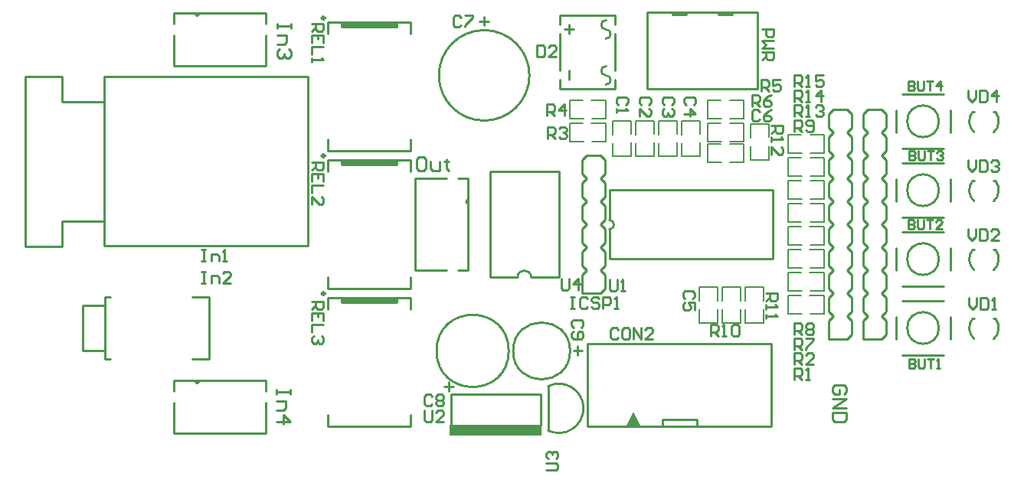
<source format=gto>
%FSLAX23Y23*%
%MOIN*%
G70*
G01*
G75*
G04 Layer_Color=65535*
%ADD10R,0.079X0.114*%
%ADD11R,0.025X0.075*%
%ADD12R,0.050X0.054*%
%ADD13R,0.054X0.050*%
%ADD14R,0.070X0.025*%
%ADD15C,0.020*%
%ADD16C,0.015*%
%ADD17C,0.025*%
%ADD18C,0.050*%
%ADD19C,0.030*%
%ADD20C,0.058*%
%ADD21C,0.058*%
%ADD22R,0.050X0.050*%
%ADD23C,0.065*%
%ADD24C,0.063*%
%ADD25P,0.068X8X112.5*%
%ADD26R,0.063X0.063*%
%ADD27R,0.063X0.063*%
%ADD28C,0.217*%
%ADD29C,0.217*%
%ADD30R,0.065X0.065*%
%ADD31C,0.118*%
%ADD32C,0.080*%
%ADD33R,0.059X0.059*%
%ADD34C,0.059*%
%ADD35R,0.059X0.059*%
%ADD36R,0.065X0.065*%
%ADD37C,0.059*%
%ADD38C,0.098*%
%ADD39R,0.098X0.098*%
%ADD40C,0.040*%
%ADD41C,0.035*%
%ADD42C,0.020*%
%ADD43C,0.010*%
%ADD44C,0.014*%
%ADD45C,0.010*%
%ADD46C,0.010*%
%ADD47C,0.008*%
%ADD48R,0.400X0.050*%
G36*
X-170Y-875D02*
X-230D01*
X-200Y-815D01*
X-170Y-875D01*
D02*
G37*
D43*
X1276Y491D02*
G03*
X1283Y402I49J-41D01*
G01*
X1368Y402D02*
G03*
X1375Y490I-43J48D01*
G01*
X1276Y191D02*
G03*
X1283Y102I49J-41D01*
G01*
X1368Y102D02*
G03*
X1375Y190I-43J48D01*
G01*
X1276Y-109D02*
G03*
X1283Y-198I49J-41D01*
G01*
X1368Y-198D02*
G03*
X1375Y-110I-43J48D01*
G01*
X1276Y-409D02*
G03*
X1283Y-498I49J-41D01*
G01*
X1368Y-498D02*
G03*
X1375Y-410I-43J48D01*
G01*
X1129Y450D02*
G03*
X1129Y450I-69J0D01*
G01*
Y150D02*
G03*
X1129Y150I-69J0D01*
G01*
Y-150D02*
G03*
X1129Y-150I-69J0D01*
G01*
Y-450D02*
G03*
X1129Y-450I-69J0D01*
G01*
X-743Y-550D02*
G03*
X-743Y-550I-157J0D01*
G01*
X-476D02*
G03*
X-476Y-550I-124J0D01*
G01*
X-305Y-20D02*
G03*
X-305Y20I0J20D01*
G01*
X-653Y650D02*
G03*
X-653Y650I-197J0D01*
G01*
X-320Y610D02*
G03*
X-320Y650I0J20D01*
G01*
Y690D02*
G03*
X-320Y650I0J-20D01*
G01*
Y890D02*
G03*
X-320Y850I0J-20D01*
G01*
Y810D02*
G03*
X-320Y850I0J20D01*
G01*
X-645Y-230D02*
G03*
X-705Y-230I-30J0D01*
G01*
X-571Y-897D02*
G03*
X-572Y-703I46J97D01*
G01*
X1276Y491D02*
X1282D01*
X1367Y490D02*
X1375D01*
X1276Y191D02*
X1282D01*
X1367Y190D02*
X1375D01*
X1276Y-109D02*
X1282D01*
X1367Y-110D02*
X1375D01*
X1276Y-409D02*
X1282D01*
X1367Y-410D02*
X1375D01*
X942Y403D02*
Y498D01*
X1178Y403D02*
Y497D01*
X969Y568D02*
X1151D01*
X969Y332D02*
X1151D01*
X969Y32D02*
X1151D01*
X969Y268D02*
X1151D01*
X1178Y103D02*
Y197D01*
X942Y103D02*
Y198D01*
Y-197D02*
Y-102D01*
X1178Y-197D02*
Y-103D01*
X969Y-32D02*
X1151D01*
X969Y-268D02*
X1151D01*
X969Y-568D02*
X1151D01*
X969Y-332D02*
X1151D01*
X1178Y-497D02*
Y-403D01*
X942Y-497D02*
Y-402D01*
X-2200Y-680D02*
X-1800D01*
Y-910D02*
Y-775D01*
X-2200Y-910D02*
X-1800D01*
X-2200D02*
Y-775D01*
Y-725D02*
Y-680D01*
X-1800Y-725D02*
Y-680D01*
X-2110D02*
X-2100Y-690D01*
X-2090Y-680D01*
X-2200Y920D02*
X-1800D01*
Y690D02*
Y825D01*
X-2200Y690D02*
X-1800D01*
X-2200D02*
Y825D01*
Y875D02*
Y920D01*
X-1800Y875D02*
Y920D01*
X-2110D02*
X-2100Y910D01*
X-2090Y920D01*
X-920Y-200D02*
Y200D01*
X-1150Y-200D02*
X-1015D01*
X-1150D02*
Y200D01*
X-1015D01*
X-965D02*
X-920D01*
X-965Y-200D02*
X-920D01*
X-930Y100D02*
X-920Y110D01*
X-930Y100D02*
X-920Y90D01*
X750Y-280D02*
Y-220D01*
X650Y-280D02*
Y-220D01*
Y-280D02*
X670Y-300D01*
X730D02*
X750Y-280D01*
X730Y-200D02*
X750Y-220D01*
X650D02*
X670Y-200D01*
Y-500D02*
X730D01*
X750Y-480D01*
X650Y-320D02*
X670Y-300D01*
X730D02*
X750Y-320D01*
X730Y-400D02*
X750Y-380D01*
X650D02*
X670Y-400D01*
X650Y-420D02*
X670Y-400D01*
X730D02*
X750Y-420D01*
X650Y-500D02*
Y-420D01*
Y-380D02*
Y-320D01*
X750Y-380D02*
Y-320D01*
Y-480D02*
Y-420D01*
X650Y-500D02*
X670D01*
X750Y-180D02*
Y-120D01*
X650Y-180D02*
Y-120D01*
X730Y-100D02*
X750Y-120D01*
X650D02*
X670Y-100D01*
X650Y-20D02*
X670Y0D01*
X730D02*
X750Y-20D01*
X730Y-100D02*
X750Y-80D01*
X650D02*
X670Y-100D01*
X650Y-80D02*
Y-20D01*
X750Y-80D02*
Y-20D01*
Y20D02*
Y80D01*
X650Y20D02*
Y80D01*
X730Y100D02*
X750Y80D01*
X650D02*
X670Y100D01*
X650Y-180D02*
X670Y-200D01*
X650Y20D02*
X670Y0D01*
X730Y-200D02*
X750Y-180D01*
X730Y0D02*
X750Y20D01*
X730Y400D02*
X750Y420D01*
X730Y200D02*
X750Y220D01*
X650Y420D02*
X670Y400D01*
X650Y220D02*
X670Y200D01*
X650Y480D02*
X670Y500D01*
X730D02*
X750Y480D01*
X650Y420D02*
Y480D01*
X750Y420D02*
Y480D01*
Y320D02*
Y380D01*
X650Y320D02*
Y380D01*
Y320D02*
X670Y300D01*
X730D02*
X750Y320D01*
X730Y400D02*
X750Y380D01*
X650D02*
X670Y400D01*
X650Y280D02*
X670Y300D01*
X730D02*
X750Y280D01*
X650Y220D02*
Y280D01*
X750Y220D02*
Y280D01*
X650Y180D02*
X670Y200D01*
X730D02*
X750Y180D01*
X730Y100D02*
X750Y120D01*
X650D02*
X670Y100D01*
X650Y120D02*
Y180D01*
X750Y120D02*
Y180D01*
X670Y500D02*
X730D01*
X900Y-280D02*
Y-220D01*
X800Y-280D02*
Y-220D01*
Y-280D02*
X820Y-300D01*
X880D02*
X900Y-280D01*
X880Y-200D02*
X900Y-220D01*
X800D02*
X820Y-200D01*
Y-500D02*
X880D01*
X900Y-480D01*
X800Y-320D02*
X820Y-300D01*
X880D02*
X900Y-320D01*
X880Y-400D02*
X900Y-380D01*
X800D02*
X820Y-400D01*
X800Y-420D02*
X820Y-400D01*
X880D02*
X900Y-420D01*
X800Y-500D02*
Y-420D01*
Y-380D02*
Y-320D01*
X900Y-380D02*
Y-320D01*
Y-480D02*
Y-420D01*
X800Y-500D02*
X820D01*
X900Y-180D02*
Y-120D01*
X800Y-180D02*
Y-120D01*
X880Y-100D02*
X900Y-120D01*
X800D02*
X820Y-100D01*
X800Y-20D02*
X820Y0D01*
X880D02*
X900Y-20D01*
X880Y-100D02*
X900Y-80D01*
X800D02*
X820Y-100D01*
X800Y-80D02*
Y-20D01*
X900Y-80D02*
Y-20D01*
Y20D02*
Y80D01*
X800Y20D02*
Y80D01*
X880Y100D02*
X900Y80D01*
X800D02*
X820Y100D01*
X800Y-180D02*
X820Y-200D01*
X800Y20D02*
X820Y0D01*
X880Y-200D02*
X900Y-180D01*
X880Y0D02*
X900Y20D01*
X880Y400D02*
X900Y420D01*
X880Y200D02*
X900Y220D01*
X800Y420D02*
X820Y400D01*
X800Y220D02*
X820Y200D01*
X800Y480D02*
X820Y500D01*
X880D02*
X900Y480D01*
X800Y420D02*
Y480D01*
X900Y420D02*
Y480D01*
Y320D02*
Y380D01*
X800Y320D02*
Y380D01*
Y320D02*
X820Y300D01*
X880D02*
X900Y320D01*
X880Y400D02*
X900Y380D01*
X800D02*
X820Y400D01*
X800Y280D02*
X820Y300D01*
X880D02*
X900Y280D01*
X800Y220D02*
Y280D01*
X900Y220D02*
Y280D01*
X800Y180D02*
X820Y200D01*
X880D02*
X900Y180D01*
X880Y100D02*
X900Y120D01*
X800D02*
X820Y100D01*
X800Y120D02*
Y180D01*
X900Y120D02*
Y180D01*
X820Y500D02*
X880D01*
X-2503Y-91D02*
Y645D01*
X-1618D01*
Y-91D02*
Y645D01*
X-2503Y-91D02*
X-1618D01*
X-2846Y-95D02*
Y645D01*
X-2688Y15D02*
X-2503D01*
X-2688Y-95D02*
Y15D01*
X-2846Y-95D02*
X-2688D01*
Y535D02*
X-2503D01*
X-2688D02*
Y645D01*
X-2846D02*
X-2688D01*
X-2598Y-548D02*
X-2500D01*
X-2598D02*
Y-352D01*
X-2500D01*
X-2122Y-584D02*
X-2047D01*
Y-316D01*
X-2122D02*
X-2047D01*
X-2500Y-584D02*
X-2476D01*
X-2500D02*
Y-450D01*
Y-316D02*
X-2476D01*
X-2500Y-450D02*
Y-316D01*
X-1230Y-340D02*
Y-320D01*
X-1470Y-340D02*
Y-320D01*
Y-340D02*
Y-330D01*
X-1230D01*
Y-340D02*
Y-330D01*
X-1470Y-340D02*
X-1230D01*
X-1530Y-880D02*
Y-830D01*
Y-880D02*
X-1170D01*
Y-830D01*
X-1530Y-370D02*
Y-320D01*
X-1170D01*
Y-370D02*
Y-320D01*
X-1230Y260D02*
Y280D01*
X-1470Y260D02*
Y280D01*
Y260D02*
Y270D01*
X-1230D01*
Y260D02*
Y270D01*
X-1470Y260D02*
X-1230D01*
X-1530Y-280D02*
Y-230D01*
Y-280D02*
X-1170D01*
Y-230D01*
X-1530Y230D02*
Y280D01*
X-1170D01*
Y230D02*
Y280D01*
X-1230Y860D02*
Y880D01*
X-1470Y860D02*
Y880D01*
Y860D02*
Y870D01*
X-1230D01*
Y860D02*
Y870D01*
X-1470Y860D02*
X-1230D01*
X-1530Y320D02*
Y370D01*
Y320D02*
X-1170D01*
Y370D01*
X-1530Y830D02*
Y880D01*
X-1170D01*
Y830D02*
Y880D01*
X-995Y-875D02*
Y-740D01*
X-605D01*
Y-875D02*
Y-740D01*
X-325Y-80D02*
Y-20D01*
X-425Y-80D02*
Y-20D01*
Y-80D02*
X-405Y-100D01*
X-345D02*
X-325Y-80D01*
X-345Y0D02*
X-325Y-20D01*
X-425D02*
X-405Y0D01*
Y-300D02*
X-345D01*
X-325Y-280D01*
X-425Y-120D02*
X-405Y-100D01*
X-345D02*
X-325Y-120D01*
X-345Y-200D02*
X-325Y-180D01*
X-425D02*
X-405Y-200D01*
X-425Y-220D02*
X-405Y-200D01*
X-345D02*
X-325Y-220D01*
X-425Y-300D02*
Y-220D01*
Y-180D02*
Y-120D01*
X-325Y-180D02*
Y-120D01*
Y-280D02*
Y-220D01*
X-425Y-300D02*
X-405D01*
X-325Y20D02*
Y80D01*
X-425Y20D02*
Y80D01*
X-345Y100D02*
X-325Y80D01*
X-425D02*
X-405Y100D01*
X-425Y180D02*
X-405Y200D01*
X-345D02*
X-325Y180D01*
X-345Y100D02*
X-325Y120D01*
X-425D02*
X-405Y100D01*
X-425Y120D02*
Y180D01*
X-325Y120D02*
Y180D01*
Y220D02*
Y280D01*
X-425Y220D02*
Y280D01*
X-345Y300D02*
X-325Y280D01*
X-425D02*
X-405Y300D01*
X-345D01*
X-425Y20D02*
X-405Y0D01*
X-425Y220D02*
X-405Y200D01*
X-345Y0D02*
X-325Y20D01*
X-345Y200D02*
X-325Y220D01*
X-305Y20D02*
Y150D01*
Y-150D02*
Y-20D01*
X405Y-150D02*
Y150D01*
X-305Y-150D02*
X405D01*
X-305Y150D02*
X405D01*
X-520Y590D02*
X-280D01*
X-520D02*
Y630D01*
Y670D02*
Y830D01*
Y870D02*
Y910D01*
X-280D01*
Y670D02*
Y830D01*
Y870D02*
Y910D01*
Y590D02*
Y630D01*
X170Y915D02*
Y925D01*
Y915D02*
X230D01*
Y925D01*
X30Y915D02*
Y925D01*
X-30Y915D02*
X30D01*
X-30D02*
Y925D01*
X-140Y590D02*
Y925D01*
Y590D02*
X340D01*
Y925D01*
X-140D02*
X340D01*
X-525Y-230D02*
Y230D01*
X-825D02*
X-525D01*
X-825Y-230D02*
Y230D01*
X-645Y-230D02*
X-525D01*
X-825D02*
X-705D01*
X-571Y-897D02*
Y-705D01*
X715Y-740D02*
X725Y-730D01*
Y-710D01*
X715Y-700D01*
X675D01*
X665Y-710D01*
Y-730D01*
X675Y-740D01*
X695D01*
Y-720D01*
X665Y-760D02*
X725D01*
X665Y-800D01*
X725D01*
Y-820D02*
X665D01*
Y-850D01*
X675Y-860D01*
X715D01*
X725Y-850D01*
Y-820D01*
X-1115Y295D02*
X-1135D01*
X-1145Y285D01*
Y245D01*
X-1135Y235D01*
X-1115D01*
X-1105Y245D01*
Y285D01*
X-1115Y295D01*
X-1085Y275D02*
Y245D01*
X-1075Y235D01*
X-1045D01*
Y275D01*
X-1015Y285D02*
Y275D01*
X-1025D01*
X-1005D01*
X-1015D01*
Y245D01*
X-1005Y235D01*
X-1695Y-720D02*
Y-740D01*
Y-730D01*
X-1755D01*
Y-720D01*
Y-740D01*
Y-770D02*
X-1715D01*
Y-800D01*
X-1725Y-810D01*
X-1755D01*
Y-860D02*
X-1695D01*
X-1725Y-830D01*
Y-870D01*
X-1690Y875D02*
Y855D01*
Y865D01*
X-1750D01*
Y875D01*
Y855D01*
Y825D02*
X-1710D01*
Y795D01*
X-1720Y785D01*
X-1750D01*
X-1700Y765D02*
X-1690Y755D01*
Y735D01*
X-1700Y725D01*
X-1710D01*
X-1720Y735D01*
Y745D01*
Y735D01*
X-1730Y725D01*
X-1740D01*
X-1750Y735D01*
Y755D01*
X-1740Y765D01*
X1000Y-585D02*
Y-625D01*
X1020D01*
X1027Y-618D01*
Y-612D01*
X1020Y-605D01*
X1000D01*
X1020D01*
X1027Y-598D01*
Y-592D01*
X1020Y-585D01*
X1000D01*
X1040D02*
Y-618D01*
X1047Y-625D01*
X1060D01*
X1067Y-618D01*
Y-585D01*
X1080D02*
X1107D01*
X1093D01*
Y-625D01*
X1120D02*
X1133D01*
X1127D01*
Y-585D01*
X1120Y-592D01*
X995Y20D02*
Y-20D01*
X1015D01*
X1022Y-13D01*
Y-7D01*
X1015Y-0D01*
X995D01*
X1015D01*
X1022Y7D01*
Y13D01*
X1015Y20D01*
X995D01*
X1035D02*
Y-13D01*
X1042Y-20D01*
X1055D01*
X1062Y-13D01*
Y20D01*
X1075D02*
X1102D01*
X1088D01*
Y-20D01*
X1142D02*
X1115D01*
X1142Y7D01*
Y13D01*
X1135Y20D01*
X1122D01*
X1115Y13D01*
X1000Y320D02*
Y280D01*
X1020D01*
X1027Y287D01*
Y293D01*
X1020Y300D01*
X1000D01*
X1020D01*
X1027Y307D01*
Y313D01*
X1020Y320D01*
X1000D01*
X1040D02*
Y287D01*
X1047Y280D01*
X1060D01*
X1067Y287D01*
Y320D01*
X1080D02*
X1107D01*
X1093D01*
Y280D01*
X1120Y313D02*
X1127Y320D01*
X1140D01*
X1147Y313D01*
Y307D01*
X1140Y300D01*
X1133D01*
X1140D01*
X1147Y293D01*
Y287D01*
X1140Y280D01*
X1127D01*
X1120Y287D01*
X995Y625D02*
Y585D01*
X1015D01*
X1022Y592D01*
Y598D01*
X1015Y605D01*
X995D01*
X1015D01*
X1022Y612D01*
Y618D01*
X1015Y625D01*
X995D01*
X1035D02*
Y592D01*
X1042Y585D01*
X1055D01*
X1062Y592D01*
Y625D01*
X1075D02*
X1102D01*
X1088D01*
Y585D01*
X1135D02*
Y625D01*
X1115Y605D01*
X1142D01*
X-233Y522D02*
X-225Y530D01*
Y547D01*
X-233Y555D01*
X-267D01*
X-275Y547D01*
Y530D01*
X-267Y522D01*
X-275Y505D02*
Y488D01*
Y497D01*
X-225D01*
X-233Y505D01*
X-133Y522D02*
X-125Y530D01*
Y547D01*
X-133Y555D01*
X-167D01*
X-175Y547D01*
Y530D01*
X-167Y522D01*
X-175Y472D02*
Y505D01*
X-142Y472D01*
X-133D01*
X-125Y480D01*
Y497D01*
X-133Y505D01*
X-33Y522D02*
X-25Y530D01*
Y547D01*
X-33Y555D01*
X-67D01*
X-75Y547D01*
Y530D01*
X-67Y522D01*
X-33Y505D02*
X-25Y497D01*
Y480D01*
X-33Y472D01*
X-42D01*
X-50Y480D01*
Y488D01*
Y480D01*
X-58Y472D01*
X-67D01*
X-75Y480D01*
Y497D01*
X-67Y505D01*
X62Y522D02*
X70Y530D01*
Y547D01*
X62Y555D01*
X28D01*
X20Y547D01*
Y530D01*
X28Y522D01*
X20Y480D02*
X70D01*
X45Y505D01*
Y472D01*
X57Y-323D02*
X65Y-315D01*
Y-298D01*
X57Y-290D01*
X23D01*
X15Y-298D01*
Y-315D01*
X23Y-323D01*
X65Y-373D02*
Y-340D01*
X40D01*
X48Y-357D01*
Y-365D01*
X40Y-373D01*
X23D01*
X15Y-365D01*
Y-348D01*
X23Y-340D01*
X348Y492D02*
X340Y500D01*
X323D01*
X315Y492D01*
Y458D01*
X323Y450D01*
X340D01*
X348Y458D01*
X398Y500D02*
X382Y492D01*
X365Y475D01*
Y458D01*
X373Y450D01*
X390D01*
X398Y458D01*
Y467D01*
X390Y475D01*
X365D01*
X-952Y902D02*
X-960Y910D01*
X-977D01*
X-985Y902D01*
Y868D01*
X-977Y860D01*
X-960D01*
X-952Y868D01*
X-935Y910D02*
X-902D01*
Y902D01*
X-935Y868D01*
Y860D01*
X-1077Y-748D02*
X-1085Y-740D01*
X-1102D01*
X-1110Y-748D01*
Y-782D01*
X-1102Y-790D01*
X-1085D01*
X-1077Y-782D01*
X-1060Y-748D02*
X-1052Y-740D01*
X-1035D01*
X-1027Y-748D01*
Y-757D01*
X-1035Y-765D01*
X-1027Y-773D01*
Y-782D01*
X-1035Y-790D01*
X-1052D01*
X-1060Y-782D01*
Y-773D01*
X-1052Y-765D01*
X-1060Y-757D01*
Y-748D01*
X-1052Y-765D02*
X-1035D01*
X-428Y-448D02*
X-420Y-440D01*
Y-423D01*
X-428Y-415D01*
X-462D01*
X-470Y-423D01*
Y-440D01*
X-462Y-448D01*
Y-465D02*
X-470Y-473D01*
Y-490D01*
X-462Y-498D01*
X-428D01*
X-420Y-490D01*
Y-473D01*
X-428Y-465D01*
X-437D01*
X-445Y-473D01*
Y-498D01*
X-267Y-458D02*
X-275Y-450D01*
X-292D01*
X-300Y-458D01*
Y-492D01*
X-292Y-500D01*
X-275D01*
X-267Y-492D01*
X-225Y-450D02*
X-242D01*
X-250Y-458D01*
Y-492D01*
X-242Y-500D01*
X-225D01*
X-217Y-492D01*
Y-458D01*
X-225Y-450D01*
X-200Y-500D02*
Y-450D01*
X-167Y-500D01*
Y-450D01*
X-117Y-500D02*
X-150D01*
X-117Y-467D01*
Y-458D01*
X-125Y-450D01*
X-142D01*
X-150Y-458D01*
X-620Y780D02*
Y730D01*
X-595D01*
X-587Y738D01*
Y772D01*
X-595Y780D01*
X-620D01*
X-537Y730D02*
X-570D01*
X-537Y763D01*
Y772D01*
X-545Y780D01*
X-562D01*
X-570Y772D01*
X-475Y-315D02*
X-458D01*
X-467D01*
Y-365D01*
X-475D01*
X-458D01*
X-400Y-323D02*
X-408Y-315D01*
X-425D01*
X-433Y-323D01*
Y-357D01*
X-425Y-365D01*
X-408D01*
X-400Y-357D01*
X-350Y-323D02*
X-358Y-315D01*
X-375D01*
X-383Y-323D01*
Y-332D01*
X-375Y-340D01*
X-358D01*
X-350Y-348D01*
Y-357D01*
X-358Y-365D01*
X-375D01*
X-383Y-357D01*
X-333Y-365D02*
Y-315D01*
X-308D01*
X-300Y-323D01*
Y-340D01*
X-308Y-348D01*
X-333D01*
X-283Y-365D02*
X-267D01*
X-275D01*
Y-315D01*
X-283Y-323D01*
X-2080Y-205D02*
X-2063D01*
X-2072D01*
Y-255D01*
X-2080D01*
X-2063D01*
X-2038D02*
Y-222D01*
X-2013D01*
X-2005Y-230D01*
Y-255D01*
X-1955D02*
X-1988D01*
X-1955Y-222D01*
Y-213D01*
X-1963Y-205D01*
X-1980D01*
X-1988Y-213D01*
X360Y850D02*
X410D01*
Y825D01*
X402Y817D01*
X385D01*
X377Y825D01*
Y850D01*
X410Y800D02*
X360D01*
X377Y783D01*
X360Y767D01*
X410D01*
X360Y750D02*
X410D01*
Y725D01*
X402Y717D01*
X385D01*
X377Y725D01*
Y750D01*
Y733D02*
X360Y717D01*
X500Y-675D02*
Y-625D01*
X525D01*
X533Y-633D01*
Y-650D01*
X525Y-658D01*
X500D01*
X517D02*
X533Y-675D01*
X550D02*
X567D01*
X558D01*
Y-625D01*
X550Y-633D01*
X500Y-610D02*
Y-560D01*
X525D01*
X533Y-568D01*
Y-585D01*
X525Y-593D01*
X500D01*
X517D02*
X533Y-610D01*
X583D02*
X550D01*
X583Y-577D01*
Y-568D01*
X575Y-560D01*
X558D01*
X550Y-568D01*
X-575Y375D02*
Y425D01*
X-550D01*
X-542Y417D01*
Y400D01*
X-550Y392D01*
X-575D01*
X-558D02*
X-542Y375D01*
X-525Y417D02*
X-517Y425D01*
X-500D01*
X-492Y417D01*
Y408D01*
X-500Y400D01*
X-508D01*
X-500D01*
X-492Y392D01*
Y383D01*
X-500Y375D01*
X-517D01*
X-525Y383D01*
X-577Y474D02*
Y524D01*
X-552D01*
X-544Y516D01*
Y499D01*
X-552Y491D01*
X-577D01*
X-560D02*
X-544Y474D01*
X-502D02*
Y524D01*
X-527Y499D01*
X-494D01*
X355Y580D02*
Y630D01*
X380D01*
X388Y622D01*
Y605D01*
X380Y597D01*
X355D01*
X372D02*
X388Y580D01*
X438Y630D02*
X405D01*
Y605D01*
X422Y613D01*
X430D01*
X438Y605D01*
Y588D01*
X430Y580D01*
X413D01*
X405Y588D01*
X315Y515D02*
Y565D01*
X340D01*
X348Y557D01*
Y540D01*
X340Y532D01*
X315D01*
X332D02*
X348Y515D01*
X398Y565D02*
X382Y557D01*
X365Y540D01*
Y523D01*
X373Y515D01*
X390D01*
X398Y523D01*
Y532D01*
X390Y540D01*
X365D01*
X500Y-545D02*
Y-495D01*
X525D01*
X533Y-503D01*
Y-520D01*
X525Y-528D01*
X500D01*
X517D02*
X533Y-545D01*
X550Y-495D02*
X583D01*
Y-503D01*
X550Y-537D01*
Y-545D01*
X500Y-480D02*
Y-430D01*
X525D01*
X533Y-438D01*
Y-455D01*
X525Y-463D01*
X500D01*
X517D02*
X533Y-480D01*
X550Y-438D02*
X558Y-430D01*
X575D01*
X583Y-438D01*
Y-447D01*
X575Y-455D01*
X583Y-463D01*
Y-472D01*
X575Y-480D01*
X558D01*
X550Y-472D01*
Y-463D01*
X558Y-455D01*
X550Y-447D01*
Y-438D01*
X558Y-455D02*
X575D01*
X500Y405D02*
Y455D01*
X525D01*
X533Y447D01*
Y430D01*
X525Y422D01*
X500D01*
X517D02*
X533Y405D01*
X550Y413D02*
X558Y405D01*
X575D01*
X583Y413D01*
Y447D01*
X575Y455D01*
X558D01*
X550Y447D01*
Y438D01*
X558Y430D01*
X583D01*
X135Y-485D02*
Y-435D01*
X160D01*
X168Y-443D01*
Y-460D01*
X160Y-468D01*
X135D01*
X152D02*
X168Y-485D01*
X185D02*
X202D01*
X193D01*
Y-435D01*
X185Y-443D01*
X227D02*
X235Y-435D01*
X252D01*
X260Y-443D01*
Y-477D01*
X252Y-485D01*
X235D01*
X227Y-477D01*
Y-443D01*
X375Y-300D02*
X425D01*
Y-325D01*
X417Y-333D01*
X400D01*
X392Y-325D01*
Y-300D01*
Y-317D02*
X375Y-333D01*
Y-350D02*
Y-367D01*
Y-358D01*
X425D01*
X417Y-350D01*
X375Y-392D02*
Y-408D01*
Y-400D01*
X425D01*
X417Y-392D01*
X400Y430D02*
X450D01*
Y405D01*
X442Y397D01*
X425D01*
X417Y405D01*
Y430D01*
Y413D02*
X400Y397D01*
Y380D02*
Y363D01*
Y372D01*
X450D01*
X442Y380D01*
X400Y305D02*
Y338D01*
X433Y305D01*
X442D01*
X450Y313D01*
Y330D01*
X442Y338D01*
X-1600Y875D02*
X-1550D01*
Y850D01*
X-1558Y842D01*
X-1575D01*
X-1583Y850D01*
Y875D01*
Y858D02*
X-1600Y842D01*
X-1550Y792D02*
Y825D01*
X-1600D01*
Y792D01*
X-1575Y825D02*
Y808D01*
X-1550Y775D02*
X-1600D01*
Y742D01*
Y725D02*
Y708D01*
Y717D01*
X-1550D01*
X-1558Y725D01*
X-1600Y270D02*
X-1550D01*
Y245D01*
X-1558Y237D01*
X-1575D01*
X-1583Y245D01*
Y270D01*
Y253D02*
X-1600Y237D01*
X-1550Y187D02*
Y220D01*
X-1600D01*
Y187D01*
X-1575Y220D02*
Y203D01*
X-1550Y170D02*
X-1600D01*
Y137D01*
Y87D02*
Y120D01*
X-1567Y87D01*
X-1558D01*
X-1550Y95D01*
Y112D01*
X-1558Y120D01*
X-1600Y-335D02*
X-1550D01*
Y-360D01*
X-1558Y-368D01*
X-1575D01*
X-1583Y-360D01*
Y-335D01*
Y-352D02*
X-1600Y-368D01*
X-1550Y-418D02*
Y-385D01*
X-1600D01*
Y-418D01*
X-1575Y-385D02*
Y-402D01*
X-1550Y-435D02*
X-1600D01*
Y-468D01*
X-1558Y-485D02*
X-1550Y-493D01*
Y-510D01*
X-1558Y-518D01*
X-1567D01*
X-1575Y-510D01*
Y-502D01*
Y-510D01*
X-1583Y-518D01*
X-1592D01*
X-1600Y-510D01*
Y-493D01*
X-1592Y-485D01*
X-305Y-240D02*
Y-282D01*
X-297Y-290D01*
X-280D01*
X-272Y-282D01*
Y-240D01*
X-255Y-290D02*
X-238D01*
X-247D01*
Y-240D01*
X-255Y-248D01*
X-1110Y-810D02*
Y-852D01*
X-1102Y-860D01*
X-1085D01*
X-1077Y-852D01*
Y-810D01*
X-1027Y-860D02*
X-1060D01*
X-1027Y-827D01*
Y-818D01*
X-1035Y-810D01*
X-1052D01*
X-1060Y-818D01*
X-515Y-235D02*
Y-277D01*
X-507Y-285D01*
X-490D01*
X-482Y-277D01*
Y-235D01*
X-440Y-285D02*
Y-235D01*
X-465Y-260D01*
X-432D01*
X1260Y-320D02*
Y-353D01*
X1277Y-370D01*
X1293Y-353D01*
Y-320D01*
X1310D02*
Y-370D01*
X1335D01*
X1343Y-362D01*
Y-328D01*
X1335Y-320D01*
X1310D01*
X1360Y-370D02*
X1377D01*
X1368D01*
Y-320D01*
X1360Y-328D01*
X1255Y-20D02*
Y-53D01*
X1272Y-70D01*
X1288Y-53D01*
Y-20D01*
X1305D02*
Y-70D01*
X1330D01*
X1338Y-62D01*
Y-28D01*
X1330Y-20D01*
X1305D01*
X1388Y-70D02*
X1355D01*
X1388Y-37D01*
Y-28D01*
X1380Y-20D01*
X1363D01*
X1355Y-28D01*
X1255Y280D02*
Y247D01*
X1272Y230D01*
X1288Y247D01*
Y280D01*
X1305D02*
Y230D01*
X1330D01*
X1338Y238D01*
Y272D01*
X1330Y280D01*
X1305D01*
X1355Y272D02*
X1363Y280D01*
X1380D01*
X1388Y272D01*
Y263D01*
X1380Y255D01*
X1372D01*
X1380D01*
X1388Y247D01*
Y238D01*
X1380Y230D01*
X1363D01*
X1355Y238D01*
X1255Y585D02*
Y552D01*
X1272Y535D01*
X1288Y552D01*
Y585D01*
X1305D02*
Y535D01*
X1330D01*
X1338Y543D01*
Y577D01*
X1330Y585D01*
X1305D01*
X1380Y535D02*
Y585D01*
X1355Y560D01*
X1388D01*
X-580Y-1070D02*
X-538D01*
X-530Y-1062D01*
Y-1045D01*
X-538Y-1037D01*
X-580D01*
X-572Y-1020D02*
X-580Y-1012D01*
Y-995D01*
X-572Y-987D01*
X-563D01*
X-555Y-995D01*
Y-1003D01*
Y-995D01*
X-547Y-987D01*
X-538D01*
X-530Y-995D01*
Y-1012D01*
X-538Y-1020D01*
X500Y470D02*
Y520D01*
X525D01*
X533Y512D01*
Y495D01*
X525Y487D01*
X500D01*
X517D02*
X533Y470D01*
X550D02*
X567D01*
X558D01*
Y520D01*
X550Y512D01*
X592D02*
X600Y520D01*
X617D01*
X625Y512D01*
Y503D01*
X617Y495D01*
X608D01*
X617D01*
X625Y487D01*
Y478D01*
X617Y470D01*
X600D01*
X592Y478D01*
X500Y535D02*
Y585D01*
X525D01*
X533Y577D01*
Y560D01*
X525Y552D01*
X500D01*
X517D02*
X533Y535D01*
X550D02*
X567D01*
X558D01*
Y585D01*
X550Y577D01*
X617Y535D02*
Y585D01*
X592Y560D01*
X625D01*
X500Y600D02*
Y650D01*
X525D01*
X533Y642D01*
Y625D01*
X525Y617D01*
X500D01*
X517D02*
X533Y600D01*
X550D02*
X567D01*
X558D01*
Y650D01*
X550Y642D01*
X625Y650D02*
X592D01*
Y625D01*
X608Y633D01*
X617D01*
X625Y625D01*
Y608D01*
X617Y600D01*
X600D01*
X592Y608D01*
X-2080Y-110D02*
X-2063D01*
X-2072D01*
Y-160D01*
X-2080D01*
X-2063D01*
X-2038D02*
Y-127D01*
X-2013D01*
X-2005Y-135D01*
Y-160D01*
X-1988D02*
X-1972D01*
X-1980D01*
Y-110D01*
X-1988Y-118D01*
X-1005Y-725D02*
Y-686D01*
X-1024Y-705D02*
X-985D01*
X-423Y-550D02*
X-462D01*
X-443Y-570D02*
Y-530D01*
X-850Y906D02*
Y867D01*
X-830Y886D02*
X-870D01*
X-480Y830D02*
Y870D01*
X-500Y850D02*
X-460D01*
X-480Y630D02*
Y670D01*
D44*
X-1543Y-300D02*
G03*
X-1543Y-300I-7J0D01*
G01*
Y300D02*
G03*
X-1543Y300I-7J0D01*
G01*
Y900D02*
G03*
X-1543Y900I-7J0D01*
G01*
D45*
X-75Y-880D02*
Y-850D01*
X75D01*
Y-880D02*
Y-850D01*
X-400Y-880D02*
Y-520D01*
X400Y-880D02*
Y-520D01*
D46*
X-400D02*
X400D01*
X-400Y-880D02*
X400D01*
D47*
X-478Y360D02*
X-418D01*
X-478D02*
Y440D01*
X-420D01*
X-381Y360D02*
X-322D01*
Y440D01*
X-383D02*
X-322D01*
X-478Y460D02*
X-418D01*
X-478D02*
Y540D01*
X-420D01*
X-381Y460D02*
X-322D01*
Y540D01*
X-383D02*
X-322D01*
X-290Y393D02*
Y453D01*
X-210D01*
Y395D02*
Y453D01*
X-290Y297D02*
Y356D01*
Y297D02*
X-210D01*
Y358D01*
X-190Y393D02*
Y453D01*
X-110D01*
Y395D02*
Y453D01*
X-190Y297D02*
Y356D01*
Y297D02*
X-110D01*
Y358D01*
X-90Y393D02*
Y453D01*
X-10D01*
Y395D02*
Y453D01*
X-90Y297D02*
Y356D01*
Y297D02*
X-10D01*
Y358D01*
X10Y393D02*
Y453D01*
X90D01*
Y395D02*
Y453D01*
X10Y297D02*
Y356D01*
Y297D02*
X90D01*
Y358D01*
X310Y378D02*
Y438D01*
X390D01*
Y380D02*
Y438D01*
X310Y282D02*
Y341D01*
Y282D02*
X390D01*
Y343D01*
X472Y-390D02*
X532D01*
X472D02*
Y-310D01*
X530D01*
X569Y-390D02*
X628D01*
Y-310D01*
X567D02*
X628D01*
X472Y-290D02*
X532D01*
X472D02*
Y-210D01*
X530D01*
X569Y-290D02*
X628D01*
Y-210D01*
X567D02*
X628D01*
X472Y-190D02*
X532D01*
X472D02*
Y-110D01*
X530D01*
X569Y-190D02*
X628D01*
Y-110D01*
X567D02*
X628D01*
X472Y-90D02*
X532D01*
X472D02*
Y-10D01*
X530D01*
X569Y-90D02*
X628D01*
Y-10D01*
X567D02*
X628D01*
X165Y-428D02*
Y-368D01*
X85Y-428D02*
X165D01*
X85D02*
Y-370D01*
X165Y-331D02*
Y-272D01*
X85D02*
X165D01*
X85Y-333D02*
Y-272D01*
X265Y-428D02*
Y-368D01*
X185Y-428D02*
X265D01*
X185D02*
Y-370D01*
X265Y-331D02*
Y-272D01*
X185D02*
X265D01*
X185Y-333D02*
Y-272D01*
X365Y-428D02*
Y-368D01*
X285Y-428D02*
X365D01*
X285D02*
Y-370D01*
X365Y-331D02*
Y-272D01*
X285D02*
X365D01*
X285Y-333D02*
Y-272D01*
X472Y90D02*
X533D01*
X472Y10D02*
Y90D01*
Y10D02*
X531D01*
X570Y90D02*
X628D01*
Y10D02*
Y90D01*
X568Y10D02*
X628D01*
X568Y390D02*
X628D01*
Y310D02*
Y390D01*
X570Y310D02*
X628D01*
X472Y390D02*
X531D01*
X472Y310D02*
Y390D01*
Y310D02*
X533D01*
X568Y290D02*
X628D01*
Y210D02*
Y290D01*
X570Y210D02*
X628D01*
X472Y290D02*
X531D01*
X472Y210D02*
Y290D01*
Y210D02*
X533D01*
X568Y190D02*
X628D01*
Y110D02*
Y190D01*
X570Y110D02*
X628D01*
X472Y190D02*
X531D01*
X472Y110D02*
Y190D01*
Y110D02*
X533D01*
X218Y540D02*
X278D01*
Y460D02*
Y540D01*
X220Y460D02*
X278D01*
X122Y540D02*
X181D01*
X122Y460D02*
Y540D01*
Y460D02*
X183D01*
X218Y440D02*
X278D01*
Y360D02*
Y440D01*
X220Y360D02*
X278D01*
X122Y440D02*
X181D01*
X122Y360D02*
Y440D01*
Y360D02*
X183D01*
X218Y350D02*
X278D01*
Y270D02*
Y350D01*
X220Y270D02*
X278D01*
X122Y350D02*
X181D01*
X122Y270D02*
Y350D01*
Y270D02*
X183D01*
D48*
X-800Y-895D02*
D03*
M02*

</source>
